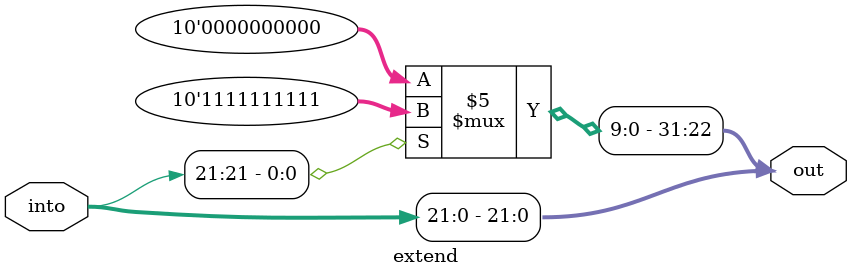
<source format=v>
module extend(into,out);
input [21:0] into;
output reg [31:0] out;

always @(into)
begin
	out[21:0] = into;

	if( into[21] == 0 )
	begin
		out[31:22] = 10'b0000000000;
	end	
	else
	begin
		out[31:22] = 10'b1111111111;
	end
	
end

initial
begin
	out=0;
end
endmodule

</source>
